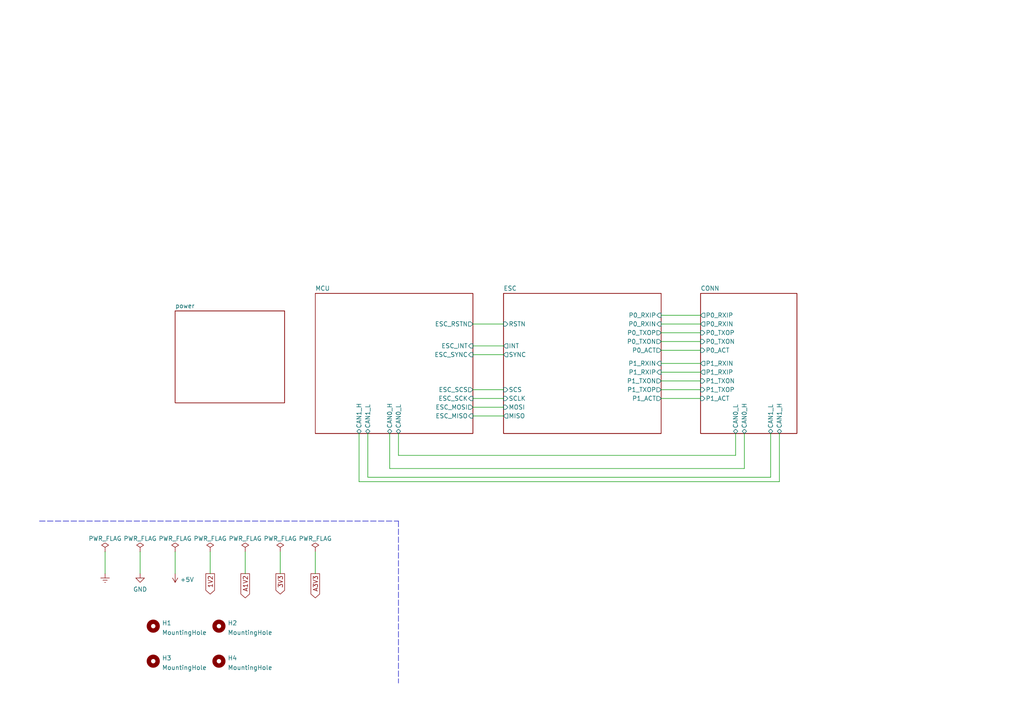
<source format=kicad_sch>
(kicad_sch (version 20211123) (generator eeschema)
  (paper "A4")
  (lib_symbols
    (symbol "Mechanical:MountingHole" (pin_names (offset 1.016))
      (property "Reference" "H" (at 0 5.08 0))
      (property "Value" "MountingHole" (at 0 3.175 0))
      (symbol "MountingHole_0_1"
        (circle (center 0 0) (radius 1.27) (stroke (width 1.27)))
      )
    )
    (symbol "power:+5V" (power) (pin_names (offset 0))
      (property "Value" "+5V" (at 0 3.556 0))
      (symbol "+5V_0_1"
        (polyline (pts (xy -0.762 1.27) (xy 0 2.54)))
        (polyline (pts (xy 0 0) (xy 0 2.54)))
        (polyline (pts (xy 0 2.54) (xy 0.762 1.27)))
      )
      (symbol "+5V_1_1"
        (pin power_in line (at 0 0 90) (length 0) hide (name "+5V") (number "1"))
      )
    )
    (symbol "power:Earth" (power) (pin_names (offset 0))
      (symbol "Earth_0_1"
        (polyline (pts (xy -0.635 -1.905) (xy 0.635 -1.905)))
        (polyline (pts (xy -0.127 -2.54) (xy 0.127 -2.54)))
        (polyline (pts (xy 0 -1.27) (xy 0 0)))
        (polyline (pts (xy 1.27 -1.27) (xy -1.27 -1.27)))
      )
      (symbol "Earth_1_1"
        (pin power_in line (at 0 0 270) (length 0) hide (name "Earth") (number "1"))
      )
    )
    (symbol "power:GND" (power) (pin_names (offset 0))
      (property "Value" "GND" (at 0 -3.81 0))
      (symbol "GND_0_1"
        (polyline (pts (xy 0 0) (xy 0 -1.27) (xy 1.27 -1.27) (xy 0 -2.54) (xy -1.27 -1.27) (xy 0 -1.27)))
      )
      (symbol "GND_1_1"
        (pin power_in line (at 0 0 270) (length 0) hide (name "GND") (number "1"))
      )
    )
    (symbol "power:PWR_FLAG" (power) (pin_numbers hide) (pin_names (offset 0) hide)
      (property "Value" "PWR_FLAG" (at 0 3.81 0))
      (symbol "PWR_FLAG_0_0"
        (pin power_out line (at 0 0 90) (length 0) (name "pwr") (number "1"))
      )
      (symbol "PWR_FLAG_0_1"
        (polyline (pts (xy 0 0) (xy 0 1.27) (xy -1.016 1.905) (xy 0 2.54) (xy 1.016 1.905) (xy 0 1.27)))
      )
    )
  )
  (wire (pts (xy 191.77 113.03) (xy 203.2 113.03)))
  (wire (pts (xy 71.12 160.02) (xy 71.12 166.37)))
  (wire (pts (xy 191.77 96.52) (xy 203.2 96.52)))
  (wire (pts (xy 50.8 160.02) (xy 50.8 166.37)))
  (wire (pts (xy 137.16 100.33) (xy 146.05 100.33)))
  (wire (pts (xy 137.16 102.87) (xy 146.05 102.87)))
  (polyline (pts (xy 115.57 151.13) (xy 115.57 198.12)))
  (wire (pts (xy 81.28 160.02) (xy 81.28 166.37)))
  (wire (pts (xy 191.77 105.41) (xy 203.2 105.41)))
  (wire (pts (xy 191.77 107.95) (xy 203.2 107.95)))
  (wire (pts (xy 191.77 101.6) (xy 203.2 101.6)))
  (wire (pts (xy 191.77 99.06) (xy 203.2 99.06)))
  (wire (pts (xy 91.44 160.02) (xy 91.44 166.37)))
  (wire (pts (xy 137.16 120.65) (xy 146.05 120.65)))
  (wire (pts (xy 191.77 93.98) (xy 203.2 93.98)))
  (wire (pts (xy 226.06 125.73) (xy 226.06 139.7)))
  (wire (pts (xy 213.36 132.08) (xy 213.36 125.73)))
  (wire (pts (xy 223.52 138.43) (xy 223.52 125.73)))
  (wire (pts (xy 113.03 135.89) (xy 215.9 135.89)))
  (wire (pts (xy 104.14 139.7) (xy 226.06 139.7)))
  (wire (pts (xy 137.16 115.57) (xy 146.05 115.57)))
  (wire (pts (xy 137.16 93.98) (xy 146.05 93.98)))
  (wire (pts (xy 191.77 91.44) (xy 203.2 91.44)))
  (wire (pts (xy 137.16 113.03) (xy 146.05 113.03)))
  (polyline (pts (xy 11.43 151.13) (xy 115.57 151.13)))
  (wire (pts (xy 137.16 118.11) (xy 146.05 118.11)))
  (wire (pts (xy 104.14 125.73) (xy 104.14 139.7)))
  (wire (pts (xy 215.9 135.89) (xy 215.9 125.73)))
  (wire (pts (xy 30.48 160.02) (xy 30.48 166.37)))
  (wire (pts (xy 106.68 125.73) (xy 106.68 138.43)))
  (wire (pts (xy 113.03 125.73) (xy 113.03 135.89)))
  (wire (pts (xy 115.57 125.73) (xy 115.57 132.08)))
  (wire (pts (xy 60.96 160.02) (xy 60.96 166.37)))
  (wire (pts (xy 115.57 132.08) (xy 213.36 132.08)))
  (wire (pts (xy 191.77 110.49) (xy 203.2 110.49)))
  (wire (pts (xy 40.64 160.02) (xy 40.64 166.37)))
  (wire (pts (xy 106.68 138.43) (xy 223.52 138.43)))
  (wire (pts (xy 191.77 115.57) (xy 203.2 115.57)))
  (global_label "A1V2" (shape output) (at 71.12 166.37 270) (property "Intersheet References" "${INTERSHEET_REFS}" (effects hide)))
  (global_label "3V3" (shape output) (at 81.28 166.37 270) (property "Intersheet References" "${INTERSHEET_REFS}" (effects hide)))
  (global_label "1V2" (shape output) (at 60.96 166.37 270) (property "Intersheet References" "${INTERSHEET_REFS}" (effects hide)))
  (global_label "A3V3" (shape output) (at 91.44 166.37 270) (property "Intersheet References" "${INTERSHEET_REFS}" (effects hide)))
  (symbol (lib_id "power:PWR_FLAG") (at 60.96 160.02 0) (unit 1)
    (property "Reference" "#FLG0107" (effects hide))
    (property "Value" "PWR_FLAG" (at 60.96 156.21 0))
  )
  (symbol (lib_id "power:GND") (at 40.64 166.37 0) (unit 1)
    (property "Reference" "#PWR0126" (effects hide))
    (property "Value" "GND" (at 40.64 170.9325 0))
  )
  (symbol (lib_id "power:PWR_FLAG") (at 91.44 160.02 0) (unit 1)
    (property "Reference" "#FLG0110" (effects hide))
    (property "Value" "PWR_FLAG" (at 91.44 156.21 0))
  )
  (symbol (lib_id "power:+5V") (at 50.8 166.37 180) (unit 1)
    (property "Reference" "#PWR0104" (effects hide))
    (property "Value" "+5V" (at 52.197 168.119 0) (effects (justify right)))
  )
  (symbol (lib_id "power:Earth") (at 30.48 166.37 0) (unit 1)
    (property "Reference" "#PWR0128" (effects hide))
    (property "Value" "Earth" (effects hide))
  )
  (symbol (lib_id "power:PWR_FLAG") (at 50.8 160.02 0) (unit 1)
    (property "Reference" "#FLG0104" (effects hide))
    (property "Value" "PWR_FLAG" (at 50.8 156.21 0))
  )
  (symbol (lib_id "power:PWR_FLAG") (at 71.12 160.02 0) (unit 1)
    (property "Reference" "#FLG0108" (effects hide))
    (property "Value" "PWR_FLAG" (at 71.12 156.21 0))
  )
  (symbol (lib_id "Mechanical:MountingHole") (at 44.45 181.61 0) (unit 1)
    (property "Reference" "H1" (at 46.99 180.7015 0) (effects (justify left)))
    (property "Value" "MountingHole" (at 46.99 183.4766 0) (effects (justify left)))
    (property "Footprint" "MountingHole:MountingHole_2.2mm_M2_DIN965_Pad" (effects hide))
  )
  (symbol (lib_id "Mechanical:MountingHole") (at 63.5 191.77 0) (unit 1)
    (property "Reference" "H4" (at 66.04 190.8615 0) (effects (justify left)))
    (property "Value" "MountingHole" (at 66.04 193.6366 0) (effects (justify left)))
    (property "Footprint" "MountingHole:MountingHole_2.2mm_M2_DIN965_Pad" (effects hide))
  )
  (symbol (lib_id "power:PWR_FLAG") (at 30.48 160.02 0) (unit 1)
    (property "Reference" "#FLG0102" (effects hide))
    (property "Value" "PWR_FLAG" (at 30.48 156.21 0))
  )
  (symbol (lib_id "power:PWR_FLAG") (at 40.64 160.02 0) (unit 1)
    (property "Reference" "#FLG0101" (effects hide))
    (property "Value" "PWR_FLAG" (at 40.64 156.21 0))
  )
  (symbol (lib_id "Mechanical:MountingHole") (at 44.45 191.77 0) (unit 1)
    (property "Reference" "H3" (at 46.99 190.8615 0) (effects (justify left)))
    (property "Value" "MountingHole" (at 46.99 193.6366 0) (effects (justify left)))
    (property "Footprint" "MountingHole:MountingHole_2.2mm_M2_DIN965_Pad" (effects hide))
  )
  (symbol (lib_id "power:PWR_FLAG") (at 81.28 160.02 0) (unit 1)
    (property "Reference" "#FLG0109" (effects hide))
    (property "Value" "PWR_FLAG" (at 81.28 156.21 0))
  )
  (symbol (lib_id "Mechanical:MountingHole") (at 63.5 181.61 0) (unit 1)
    (property "Reference" "H2" (at 66.04 180.7015 0) (effects (justify left)))
    (property "Value" "MountingHole" (at 66.04 183.4766 0) (effects (justify left)))
    (property "Footprint" "MountingHole:MountingHole_2.2mm_M2_DIN965_Pad" (effects hide))
  )
  (sheet (at 146.05 85.09) (size 45.72 40.64) (stroke (width 0.1524))
    (property "Sheet name" "ESC" (at 146.05 84.3784 0) (effects (justify left bottom)))
    (property "Sheet file" "ESC.kicad_sch" (effects hide))
    (pin "RSTN" input (at 146.05 93.98 180))
    (pin "P1_ACT" output (at 191.77 115.57 0))
    (pin "P0_TXOP" output (at 191.77 96.52 0))
    (pin "P0_TXON" output (at 191.77 99.06 0))
    (pin "P0_RXIP" input (at 191.77 91.44 0))
    (pin "INT" output (at 146.05 100.33 180))
    (pin "SYNC" output (at 146.05 102.87 180))
    (pin "MISO" output (at 146.05 120.65 180))
    (pin "P0_ACT" output (at 191.77 101.6 0))
    (pin "SCS" input (at 146.05 113.03 180))
    (pin "MOSI" input (at 146.05 118.11 180))
    (pin "SCLK" input (at 146.05 115.57 180))
    (pin "P1_TXON" output (at 191.77 110.49 0))
    (pin "P1_TXOP" output (at 191.77 113.03 0))
    (pin "P1_RXIN" input (at 191.77 105.41 0))
    (pin "P1_RXIP" input (at 191.77 107.95 0))
    (pin "P0_RXIN" input (at 191.77 93.98 0))
  )
  (sheet (at 203.2 85.09) (size 27.94 40.64) (stroke (width 0.1524))
    (property "Sheet name" "CONN" (at 203.2 84.3784 0) (effects (justify left bottom)))
    (property "Sheet file" "CONN.kicad_sch" (effects hide))
    (pin "P0_TXOP" input (at 203.2 96.52 180))
    (pin "P0_RXIN" output (at 203.2 93.98 180))
    (pin "P1_TXOP" input (at 203.2 113.03 180))
    (pin "P0_RXIP" output (at 203.2 91.44 180))
    (pin "P0_TXON" input (at 203.2 99.06 180))
    (pin "P1_RXIN" output (at 203.2 105.41 180))
    (pin "P1_RXIP" output (at 203.2 107.95 180))
    (pin "P1_TXON" input (at 203.2 110.49 180))
    (pin "P1_ACT" input (at 203.2 115.57 180))
    (pin "P0_ACT" input (at 203.2 101.6 180))
    (pin "CAN1_L" bidirectional (at 223.52 125.73 270))
    (pin "CAN0_H" bidirectional (at 215.9 125.73 270))
    (pin "CAN0_L" bidirectional (at 213.36 125.73 270))
    (pin "CAN1_H" bidirectional (at 226.06 125.73 270))
  )
  (sheet (at 91.44 85.09) (size 45.72 40.64) (stroke (width 0.1524))
    (property "Sheet name" "MCU" (at 91.44 84.3784 0) (effects (justify left bottom)))
    (property "Sheet file" "MCU.kicad_sch" (effects hide))
    (pin "CAN1_L" bidirectional (at 106.68 125.73 270))
    (pin "CAN1_H" bidirectional (at 104.14 125.73 270))
    (pin "CAN0_L" bidirectional (at 115.57 125.73 270))
    (pin "CAN0_H" bidirectional (at 113.03 125.73 270))
    (pin "ESC_SYNC" input (at 137.16 102.87 0))
    (pin "ESC_INT" input (at 137.16 100.33 0))
    (pin "ESC_RSTN" output (at 137.16 93.98 0))
    (pin "ESC_MOSI" output (at 137.16 118.11 0))
    (pin "ESC_MISO" input (at 137.16 120.65 0))
    (pin "ESC_SCK" input (at 137.16 115.57 0))
    (pin "ESC_SCS" output (at 137.16 113.03 0))
  )
  (sheet (at 50.8 90.17) (size 31.75 26.67) (stroke (width 0.1524))
    (property "Sheet name" "power" (at 50.8 89.4584 0) (effects (justify left bottom)))
    (property "Sheet file" "POWER.kicad_sch" (effects hide))
  )
)
</source>
